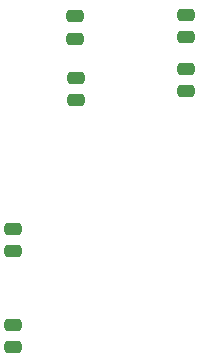
<source format=gbp>
%TF.GenerationSoftware,KiCad,Pcbnew,9.0.7*%
%TF.CreationDate,2026-01-31T13:31:12+02:00*%
%TF.ProjectId,HCP65 Board Presence,48435036-3520-4426-9f61-726420507265,V0*%
%TF.SameCoordinates,Original*%
%TF.FileFunction,Paste,Bot*%
%TF.FilePolarity,Positive*%
%FSLAX46Y46*%
G04 Gerber Fmt 4.6, Leading zero omitted, Abs format (unit mm)*
G04 Created by KiCad (PCBNEW 9.0.7) date 2026-01-31 13:31:12*
%MOMM*%
%LPD*%
G01*
G04 APERTURE LIST*
G04 Aperture macros list*
%AMRoundRect*
0 Rectangle with rounded corners*
0 $1 Rounding radius*
0 $2 $3 $4 $5 $6 $7 $8 $9 X,Y pos of 4 corners*
0 Add a 4 corners polygon primitive as box body*
4,1,4,$2,$3,$4,$5,$6,$7,$8,$9,$2,$3,0*
0 Add four circle primitives for the rounded corners*
1,1,$1+$1,$2,$3*
1,1,$1+$1,$4,$5*
1,1,$1+$1,$6,$7*
1,1,$1+$1,$8,$9*
0 Add four rect primitives between the rounded corners*
20,1,$1+$1,$2,$3,$4,$5,0*
20,1,$1+$1,$4,$5,$6,$7,0*
20,1,$1+$1,$6,$7,$8,$9,0*
20,1,$1+$1,$8,$9,$2,$3,0*%
G04 Aperture macros list end*
%ADD10RoundRect,0.250000X-0.475000X0.250000X-0.475000X-0.250000X0.475000X-0.250000X0.475000X0.250000X0*%
%ADD11RoundRect,0.250000X0.475000X-0.250000X0.475000X0.250000X-0.475000X0.250000X-0.475000X-0.250000X0*%
G04 APERTURE END LIST*
D10*
%TO.C,C7*%
X9652000Y-1225000D03*
X9652000Y-3125000D03*
%TD*%
D11*
%TO.C,C6*%
X4308000Y-24067000D03*
X4308000Y-22167000D03*
%TD*%
%TO.C,C3*%
X4308000Y-15939000D03*
X4308000Y-14039000D03*
%TD*%
D10*
%TO.C,C2*%
X18923000Y4109000D03*
X18923000Y2209000D03*
%TD*%
%TO.C,C1*%
X18923000Y-463000D03*
X18923000Y-2363000D03*
%TD*%
%TO.C,C9*%
X9525000Y3982000D03*
X9525000Y2082000D03*
%TD*%
M02*

</source>
